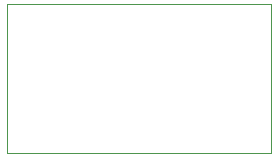
<source format=gbr>
%TF.GenerationSoftware,KiCad,Pcbnew,7.0.2*%
%TF.CreationDate,2023-05-15T11:36:50+02:00*%
%TF.ProjectId,PCB_Ewine,5043425f-4577-4696-9e65-2e6b69636164,rev?*%
%TF.SameCoordinates,Original*%
%TF.FileFunction,Profile,NP*%
%FSLAX46Y46*%
G04 Gerber Fmt 4.6, Leading zero omitted, Abs format (unit mm)*
G04 Created by KiCad (PCBNEW 7.0.2) date 2023-05-15 11:36:50*
%MOMM*%
%LPD*%
G01*
G04 APERTURE LIST*
%TA.AperFunction,Profile*%
%ADD10C,0.100000*%
%TD*%
G04 APERTURE END LIST*
D10*
X129850000Y-40900000D02*
X152200000Y-40900000D01*
X152200000Y-53500000D01*
X129850000Y-53500000D01*
X129850000Y-40900000D01*
M02*

</source>
